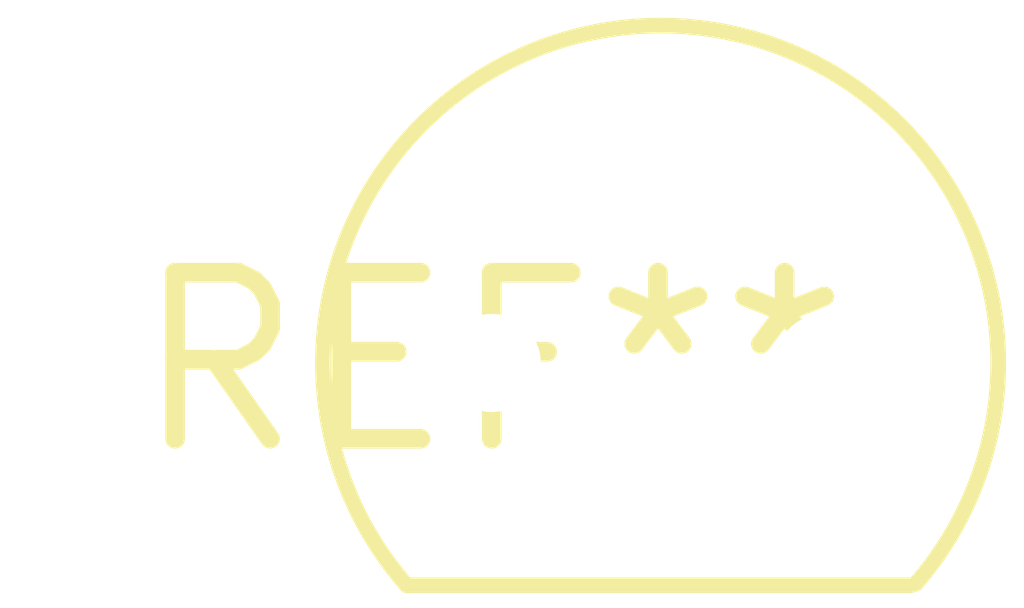
<source format=kicad_pcb>
(kicad_pcb (version 20240108) (generator pcbnew)
  (layers (0 "F.Cu" signal) (31 "B.Cu" signal) (34 "B.Paste" user) (35 "F.Paste" user) (36 "B.SilkS" user "B.Silkscreen") (37 "F.SilkS" user "F.Silkscreen") (38 "B.Mask" user) (39 "F.Mask" user) (44 "Edge.Cuts" user))
  (net 0 "")
  (footprint "TO-92L" (layer "F.Cu") (at 0 0)
    (property "Reference" "REF**")
    (property "Value" "TO-92L")
    (fp_line (start -0.65 1.7) (end 3.2 1.7) (layer "F.SilkS") (stroke (width 0.12)))
    (fp_arc (start -0.65 1.7) (mid 1.283448 -2.579449) (end 3.238611 1.690122) (layer "F.SilkS") (stroke (width 0.12)))
    (pad "1" thru_hole rect (at 0 0) (size 1.3 1.3) (drill 0.75) (layers *.Cu *.Mask) (remove_unused_layers))
    (pad "2" thru_hole circle (at 1.28 -1.27) (size 1.3 1.3) (drill 0.75) (layers *.Cu *.Mask) (remove_unused_layers))
    (pad "3" thru_hole circle (at 2.54 0) (size 1.3 1.3) (drill 0.75) (layers *.Cu *.Mask) (remove_unused_layers))
  )
)
</source>
